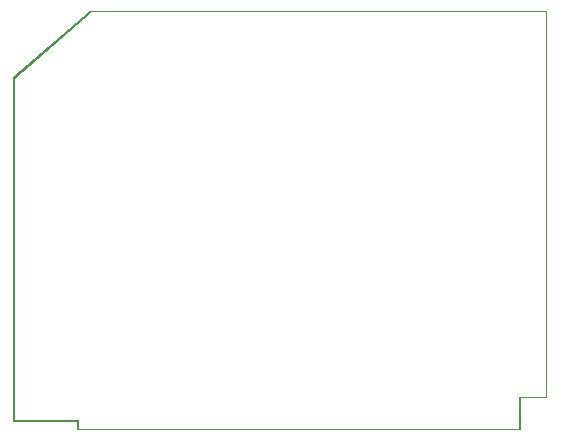
<source format=gbo>
G04*
G04 Format:               Gerber RS-274X*
G04 Export Settings:      OSH Park*
G04 Layer:                BottomSilkscreen*
G04 This File Name:       GC_DUAL_FINAL_testffc_ADV.gbo*
G04 Source File Name:     GC_DUAL_FINAL_testffc_ADV.rrb*
G04 Unique ID:            4e2d7a6f-c949-47f3-acdd-e5fe3011063f*
G04 Generated Date:       Friday, 30 March 2018 12:58:07*
G04*
G04 Created Using:        Robot Room Copper Connection v3.0.5875*
G04 Software Contact:     http://www.robotroom.com/CopperConnection/Support.aspx*
G04 License Number:       1880*
G04*
G04 Zero Suppression:     Leading*
G04 Number Precision:     2.4*
G04*
%FSLAX24Y24*%
%MOIN*%
%LNBottomSilkscreen*%
%ADD10R,.006X.006*%
D10*
G01X443Y13939D02*
X15627D01*
X15625Y1067D01*
X14750D01*
Y0D01*
X0D01*
Y285D01*
X-2116D01*
Y11713D01*
X443Y13939D01*
M02*

</source>
